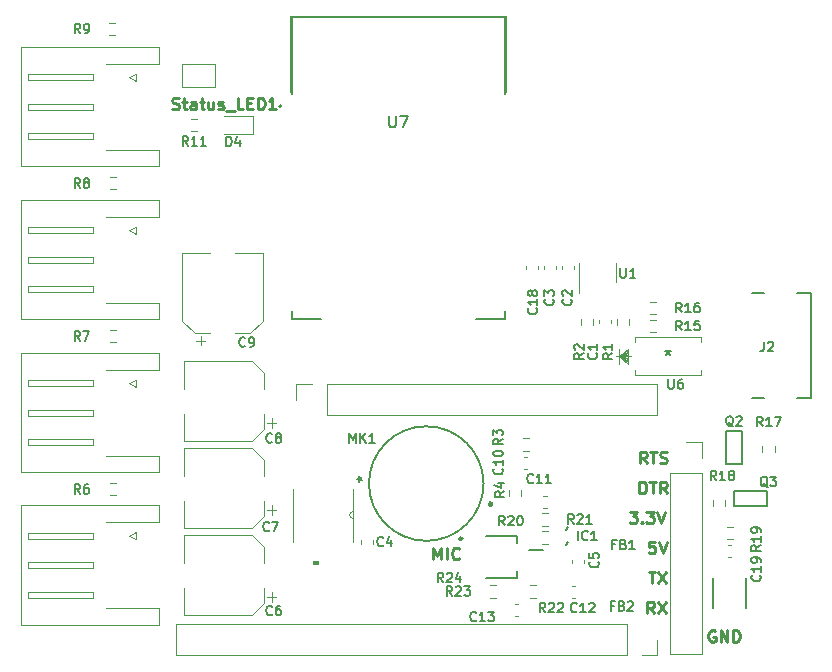
<source format=gbr>
%TF.GenerationSoftware,KiCad,Pcbnew,(6.0.0-0)*%
%TF.CreationDate,2022-01-22T21:55:44+01:00*%
%TF.ProjectId,GlowCore,476c6f77-436f-4726-952e-6b696361645f,rev?*%
%TF.SameCoordinates,Original*%
%TF.FileFunction,Legend,Top*%
%TF.FilePolarity,Positive*%
%FSLAX46Y46*%
G04 Gerber Fmt 4.6, Leading zero omitted, Abs format (unit mm)*
G04 Created by KiCad (PCBNEW (6.0.0-0)) date 2022-01-22 21:55:44*
%MOMM*%
%LPD*%
G01*
G04 APERTURE LIST*
%ADD10C,0.200000*%
%ADD11C,0.250000*%
%ADD12C,0.150000*%
%ADD13C,0.120000*%
%ADD14C,0.127000*%
%ADD15C,0.152400*%
%ADD16C,0.300000*%
%ADD17C,0.100000*%
%ADD18C,0.240000*%
G04 APERTURE END LIST*
D10*
X162433000Y-125476000D02*
X162306000Y-125730000D01*
X162433000Y-126746000D02*
X162306000Y-127000000D01*
D11*
X169763642Y-132786380D02*
X169430309Y-132310190D01*
X169192214Y-132786380D02*
X169192214Y-131786380D01*
X169573166Y-131786380D01*
X169668404Y-131834000D01*
X169716023Y-131881619D01*
X169763642Y-131976857D01*
X169763642Y-132119714D01*
X169716023Y-132214952D01*
X169668404Y-132262571D01*
X169573166Y-132310190D01*
X169192214Y-132310190D01*
X170096976Y-131786380D02*
X170763642Y-132786380D01*
X170763642Y-131786380D02*
X170096976Y-132786380D01*
X151074571Y-128214380D02*
X151074571Y-127214380D01*
X151407904Y-127928666D01*
X151741238Y-127214380D01*
X151741238Y-128214380D01*
X152217428Y-128214380D02*
X152217428Y-127214380D01*
X153265047Y-128119142D02*
X153217428Y-128166761D01*
X153074571Y-128214380D01*
X152979333Y-128214380D01*
X152836476Y-128166761D01*
X152741238Y-128071523D01*
X152693619Y-127976285D01*
X152646000Y-127785809D01*
X152646000Y-127642952D01*
X152693619Y-127452476D01*
X152741238Y-127357238D01*
X152836476Y-127262000D01*
X152979333Y-127214380D01*
X153074571Y-127214380D01*
X153217428Y-127262000D01*
X153265047Y-127309619D01*
X169128738Y-120086380D02*
X168795404Y-119610190D01*
X168557309Y-120086380D02*
X168557309Y-119086380D01*
X168938261Y-119086380D01*
X169033500Y-119134000D01*
X169081119Y-119181619D01*
X169128738Y-119276857D01*
X169128738Y-119419714D01*
X169081119Y-119514952D01*
X169033500Y-119562571D01*
X168938261Y-119610190D01*
X168557309Y-119610190D01*
X169414452Y-119086380D02*
X169985880Y-119086380D01*
X169700166Y-120086380D02*
X169700166Y-119086380D01*
X170271595Y-120038761D02*
X170414452Y-120086380D01*
X170652547Y-120086380D01*
X170747785Y-120038761D01*
X170795404Y-119991142D01*
X170843023Y-119895904D01*
X170843023Y-119800666D01*
X170795404Y-119705428D01*
X170747785Y-119657809D01*
X170652547Y-119610190D01*
X170462071Y-119562571D01*
X170366833Y-119514952D01*
X170319214Y-119467333D01*
X170271595Y-119372095D01*
X170271595Y-119276857D01*
X170319214Y-119181619D01*
X170366833Y-119134000D01*
X170462071Y-119086380D01*
X170700166Y-119086380D01*
X170843023Y-119134000D01*
X168509690Y-122626380D02*
X168509690Y-121626380D01*
X168747785Y-121626380D01*
X168890642Y-121674000D01*
X168985880Y-121769238D01*
X169033500Y-121864476D01*
X169081119Y-122054952D01*
X169081119Y-122197809D01*
X169033500Y-122388285D01*
X168985880Y-122483523D01*
X168890642Y-122578761D01*
X168747785Y-122626380D01*
X168509690Y-122626380D01*
X169366833Y-121626380D02*
X169938261Y-121626380D01*
X169652547Y-122626380D02*
X169652547Y-121626380D01*
X170843023Y-122626380D02*
X170509690Y-122150190D01*
X170271595Y-122626380D02*
X170271595Y-121626380D01*
X170652547Y-121626380D01*
X170747785Y-121674000D01*
X170795404Y-121721619D01*
X170843023Y-121816857D01*
X170843023Y-121959714D01*
X170795404Y-122054952D01*
X170747785Y-122102571D01*
X170652547Y-122150190D01*
X170271595Y-122150190D01*
X167684261Y-124166380D02*
X168303309Y-124166380D01*
X167969976Y-124547333D01*
X168112833Y-124547333D01*
X168208071Y-124594952D01*
X168255690Y-124642571D01*
X168303309Y-124737809D01*
X168303309Y-124975904D01*
X168255690Y-125071142D01*
X168208071Y-125118761D01*
X168112833Y-125166380D01*
X167827119Y-125166380D01*
X167731880Y-125118761D01*
X167684261Y-125071142D01*
X168731880Y-125071142D02*
X168779500Y-125118761D01*
X168731880Y-125166380D01*
X168684261Y-125118761D01*
X168731880Y-125071142D01*
X168731880Y-125166380D01*
X169112833Y-124166380D02*
X169731880Y-124166380D01*
X169398547Y-124547333D01*
X169541404Y-124547333D01*
X169636642Y-124594952D01*
X169684261Y-124642571D01*
X169731880Y-124737809D01*
X169731880Y-124975904D01*
X169684261Y-125071142D01*
X169636642Y-125118761D01*
X169541404Y-125166380D01*
X169255690Y-125166380D01*
X169160452Y-125118761D01*
X169112833Y-125071142D01*
X170017595Y-124166380D02*
X170350928Y-125166380D01*
X170684261Y-124166380D01*
X169287452Y-129246380D02*
X169858880Y-129246380D01*
X169573166Y-130246380D02*
X169573166Y-129246380D01*
X170096976Y-129246380D02*
X170763642Y-130246380D01*
X170763642Y-129246380D02*
X170096976Y-130246380D01*
X169811261Y-126706380D02*
X169335071Y-126706380D01*
X169287452Y-127182571D01*
X169335071Y-127134952D01*
X169430309Y-127087333D01*
X169668404Y-127087333D01*
X169763642Y-127134952D01*
X169811261Y-127182571D01*
X169858880Y-127277809D01*
X169858880Y-127515904D01*
X169811261Y-127611142D01*
X169763642Y-127658761D01*
X169668404Y-127706380D01*
X169430309Y-127706380D01*
X169335071Y-127658761D01*
X169287452Y-127611142D01*
X170144595Y-126706380D02*
X170477928Y-127706380D01*
X170811261Y-126706380D01*
X174914404Y-134247000D02*
X174819166Y-134199380D01*
X174676309Y-134199380D01*
X174533452Y-134247000D01*
X174438214Y-134342238D01*
X174390595Y-134437476D01*
X174342976Y-134627952D01*
X174342976Y-134770809D01*
X174390595Y-134961285D01*
X174438214Y-135056523D01*
X174533452Y-135151761D01*
X174676309Y-135199380D01*
X174771547Y-135199380D01*
X174914404Y-135151761D01*
X174962023Y-135104142D01*
X174962023Y-134770809D01*
X174771547Y-134770809D01*
X175390595Y-135199380D02*
X175390595Y-134199380D01*
X175962023Y-135199380D01*
X175962023Y-134199380D01*
X176438214Y-135199380D02*
X176438214Y-134199380D01*
X176676309Y-134199380D01*
X176819166Y-134247000D01*
X176914404Y-134342238D01*
X176962023Y-134437476D01*
X177009642Y-134627952D01*
X177009642Y-134770809D01*
X176962023Y-134961285D01*
X176914404Y-135056523D01*
X176819166Y-135151761D01*
X176676309Y-135199380D01*
X176438214Y-135199380D01*
D12*
%TO.C,C10*%
X156876714Y-120529285D02*
X156914809Y-120567380D01*
X156952904Y-120681666D01*
X156952904Y-120757857D01*
X156914809Y-120872142D01*
X156838619Y-120948333D01*
X156762428Y-120986428D01*
X156610047Y-121024523D01*
X156495761Y-121024523D01*
X156343380Y-120986428D01*
X156267190Y-120948333D01*
X156191000Y-120872142D01*
X156152904Y-120757857D01*
X156152904Y-120681666D01*
X156191000Y-120567380D01*
X156229095Y-120529285D01*
X156952904Y-119767380D02*
X156952904Y-120224523D01*
X156952904Y-119995952D02*
X156152904Y-119995952D01*
X156267190Y-120072142D01*
X156343380Y-120148333D01*
X156381476Y-120224523D01*
X156152904Y-119272142D02*
X156152904Y-119195952D01*
X156191000Y-119119761D01*
X156229095Y-119081666D01*
X156305285Y-119043571D01*
X156457666Y-119005476D01*
X156648142Y-119005476D01*
X156800523Y-119043571D01*
X156876714Y-119081666D01*
X156914809Y-119119761D01*
X156952904Y-119195952D01*
X156952904Y-119272142D01*
X156914809Y-119348333D01*
X156876714Y-119386428D01*
X156800523Y-119424523D01*
X156648142Y-119462619D01*
X156457666Y-119462619D01*
X156305285Y-119424523D01*
X156229095Y-119386428D01*
X156191000Y-119348333D01*
X156152904Y-119272142D01*
%TO.C,R22*%
X160521714Y-132695904D02*
X160255047Y-132314952D01*
X160064571Y-132695904D02*
X160064571Y-131895904D01*
X160369333Y-131895904D01*
X160445523Y-131934000D01*
X160483619Y-131972095D01*
X160521714Y-132048285D01*
X160521714Y-132162571D01*
X160483619Y-132238761D01*
X160445523Y-132276857D01*
X160369333Y-132314952D01*
X160064571Y-132314952D01*
X160826476Y-131972095D02*
X160864571Y-131934000D01*
X160940761Y-131895904D01*
X161131238Y-131895904D01*
X161207428Y-131934000D01*
X161245523Y-131972095D01*
X161283619Y-132048285D01*
X161283619Y-132124476D01*
X161245523Y-132238761D01*
X160788380Y-132695904D01*
X161283619Y-132695904D01*
X161588380Y-131972095D02*
X161626476Y-131934000D01*
X161702666Y-131895904D01*
X161893142Y-131895904D01*
X161969333Y-131934000D01*
X162007428Y-131972095D01*
X162045523Y-132048285D01*
X162045523Y-132124476D01*
X162007428Y-132238761D01*
X161550285Y-132695904D01*
X162045523Y-132695904D01*
%TO.C,U7*%
X147320095Y-90638330D02*
X147320095Y-91447854D01*
X147367714Y-91543092D01*
X147415333Y-91590711D01*
X147510571Y-91638330D01*
X147701047Y-91638330D01*
X147796285Y-91590711D01*
X147843904Y-91543092D01*
X147891523Y-91447854D01*
X147891523Y-90638330D01*
X148272476Y-90638330D02*
X148939142Y-90638330D01*
X148510571Y-91638330D01*
%TO.C,R7*%
X121151666Y-109708904D02*
X120885000Y-109327952D01*
X120694523Y-109708904D02*
X120694523Y-108908904D01*
X120999285Y-108908904D01*
X121075476Y-108947000D01*
X121113571Y-108985095D01*
X121151666Y-109061285D01*
X121151666Y-109175571D01*
X121113571Y-109251761D01*
X121075476Y-109289857D01*
X120999285Y-109327952D01*
X120694523Y-109327952D01*
X121418333Y-108908904D02*
X121951666Y-108908904D01*
X121608809Y-109708904D01*
%TO.C,R11*%
X130295714Y-93198904D02*
X130029047Y-92817952D01*
X129838571Y-93198904D02*
X129838571Y-92398904D01*
X130143333Y-92398904D01*
X130219523Y-92437000D01*
X130257619Y-92475095D01*
X130295714Y-92551285D01*
X130295714Y-92665571D01*
X130257619Y-92741761D01*
X130219523Y-92779857D01*
X130143333Y-92817952D01*
X129838571Y-92817952D01*
X131057619Y-93198904D02*
X130600476Y-93198904D01*
X130829047Y-93198904D02*
X130829047Y-92398904D01*
X130752857Y-92513190D01*
X130676666Y-92589380D01*
X130600476Y-92627476D01*
X131819523Y-93198904D02*
X131362380Y-93198904D01*
X131590952Y-93198904D02*
X131590952Y-92398904D01*
X131514761Y-92513190D01*
X131438571Y-92589380D01*
X131362380Y-92627476D01*
%TO.C,IC1*%
X163303047Y-126599904D02*
X163303047Y-125799904D01*
X164141142Y-126523714D02*
X164103047Y-126561809D01*
X163988761Y-126599904D01*
X163912571Y-126599904D01*
X163798285Y-126561809D01*
X163722095Y-126485619D01*
X163684000Y-126409428D01*
X163645904Y-126257047D01*
X163645904Y-126142761D01*
X163684000Y-125990380D01*
X163722095Y-125914190D01*
X163798285Y-125838000D01*
X163912571Y-125799904D01*
X163988761Y-125799904D01*
X164103047Y-125838000D01*
X164141142Y-125876095D01*
X164903047Y-126599904D02*
X164445904Y-126599904D01*
X164674476Y-126599904D02*
X164674476Y-125799904D01*
X164598285Y-125914190D01*
X164522095Y-125990380D01*
X164445904Y-126028476D01*
%TO.C,U6*%
X170967476Y-112972904D02*
X170967476Y-113620523D01*
X171005571Y-113696714D01*
X171043666Y-113734809D01*
X171119857Y-113772904D01*
X171272238Y-113772904D01*
X171348428Y-113734809D01*
X171386523Y-113696714D01*
X171424619Y-113620523D01*
X171424619Y-112972904D01*
X172148428Y-112972904D02*
X171996047Y-112972904D01*
X171919857Y-113011000D01*
X171881761Y-113049095D01*
X171805571Y-113163380D01*
X171767476Y-113315761D01*
X171767476Y-113620523D01*
X171805571Y-113696714D01*
X171843666Y-113734809D01*
X171919857Y-113772904D01*
X172072238Y-113772904D01*
X172148428Y-113734809D01*
X172186523Y-113696714D01*
X172224619Y-113620523D01*
X172224619Y-113430047D01*
X172186523Y-113353857D01*
X172148428Y-113315761D01*
X172072238Y-113277666D01*
X171919857Y-113277666D01*
X171843666Y-113315761D01*
X171805571Y-113353857D01*
X171767476Y-113430047D01*
X170942000Y-110450380D02*
X170942000Y-110688476D01*
X170703904Y-110593238D02*
X170942000Y-110688476D01*
X171180095Y-110593238D01*
X170799142Y-110878952D02*
X170942000Y-110688476D01*
X171084857Y-110878952D01*
%TO.C,R17*%
X178936714Y-116947904D02*
X178670047Y-116566952D01*
X178479571Y-116947904D02*
X178479571Y-116147904D01*
X178784333Y-116147904D01*
X178860523Y-116186000D01*
X178898619Y-116224095D01*
X178936714Y-116300285D01*
X178936714Y-116414571D01*
X178898619Y-116490761D01*
X178860523Y-116528857D01*
X178784333Y-116566952D01*
X178479571Y-116566952D01*
X179698619Y-116947904D02*
X179241476Y-116947904D01*
X179470047Y-116947904D02*
X179470047Y-116147904D01*
X179393857Y-116262190D01*
X179317666Y-116338380D01*
X179241476Y-116376476D01*
X179965285Y-116147904D02*
X180498619Y-116147904D01*
X180155761Y-116947904D01*
%TO.C,Q2*%
X176453809Y-116960095D02*
X176377619Y-116922000D01*
X176301428Y-116845809D01*
X176187142Y-116731523D01*
X176110952Y-116693428D01*
X176034761Y-116693428D01*
X176072857Y-116883904D02*
X175996666Y-116845809D01*
X175920476Y-116769619D01*
X175882380Y-116617238D01*
X175882380Y-116350571D01*
X175920476Y-116198190D01*
X175996666Y-116122000D01*
X176072857Y-116083904D01*
X176225238Y-116083904D01*
X176301428Y-116122000D01*
X176377619Y-116198190D01*
X176415714Y-116350571D01*
X176415714Y-116617238D01*
X176377619Y-116769619D01*
X176301428Y-116845809D01*
X176225238Y-116883904D01*
X176072857Y-116883904D01*
X176720476Y-116160095D02*
X176758571Y-116122000D01*
X176834761Y-116083904D01*
X177025238Y-116083904D01*
X177101428Y-116122000D01*
X177139523Y-116160095D01*
X177177619Y-116236285D01*
X177177619Y-116312476D01*
X177139523Y-116426761D01*
X176682380Y-116883904D01*
X177177619Y-116883904D01*
%TO.C,J2*%
X179057333Y-109797904D02*
X179057333Y-110369333D01*
X179019238Y-110483619D01*
X178943047Y-110559809D01*
X178828761Y-110597904D01*
X178752571Y-110597904D01*
X179400190Y-109874095D02*
X179438285Y-109836000D01*
X179514476Y-109797904D01*
X179704952Y-109797904D01*
X179781142Y-109836000D01*
X179819238Y-109874095D01*
X179857333Y-109950285D01*
X179857333Y-110026476D01*
X179819238Y-110140761D01*
X179362095Y-110597904D01*
X179857333Y-110597904D01*
%TO.C,R8*%
X121151666Y-96754904D02*
X120885000Y-96373952D01*
X120694523Y-96754904D02*
X120694523Y-95954904D01*
X120999285Y-95954904D01*
X121075476Y-95993000D01*
X121113571Y-96031095D01*
X121151666Y-96107285D01*
X121151666Y-96221571D01*
X121113571Y-96297761D01*
X121075476Y-96335857D01*
X120999285Y-96373952D01*
X120694523Y-96373952D01*
X121608809Y-96297761D02*
X121532619Y-96259666D01*
X121494523Y-96221571D01*
X121456428Y-96145380D01*
X121456428Y-96107285D01*
X121494523Y-96031095D01*
X121532619Y-95993000D01*
X121608809Y-95954904D01*
X121761190Y-95954904D01*
X121837380Y-95993000D01*
X121875476Y-96031095D01*
X121913571Y-96107285D01*
X121913571Y-96145380D01*
X121875476Y-96221571D01*
X121837380Y-96259666D01*
X121761190Y-96297761D01*
X121608809Y-96297761D01*
X121532619Y-96335857D01*
X121494523Y-96373952D01*
X121456428Y-96450142D01*
X121456428Y-96602523D01*
X121494523Y-96678714D01*
X121532619Y-96716809D01*
X121608809Y-96754904D01*
X121761190Y-96754904D01*
X121837380Y-96716809D01*
X121875476Y-96678714D01*
X121913571Y-96602523D01*
X121913571Y-96450142D01*
X121875476Y-96373952D01*
X121837380Y-96335857D01*
X121761190Y-96297761D01*
%TO.C,FB1*%
X166465333Y-126942857D02*
X166198666Y-126942857D01*
X166198666Y-127361904D02*
X166198666Y-126561904D01*
X166579619Y-126561904D01*
X167151047Y-126942857D02*
X167265333Y-126980952D01*
X167303428Y-127019047D01*
X167341523Y-127095238D01*
X167341523Y-127209523D01*
X167303428Y-127285714D01*
X167265333Y-127323809D01*
X167189142Y-127361904D01*
X166884380Y-127361904D01*
X166884380Y-126561904D01*
X167151047Y-126561904D01*
X167227238Y-126600000D01*
X167265333Y-126638095D01*
X167303428Y-126714285D01*
X167303428Y-126790476D01*
X167265333Y-126866666D01*
X167227238Y-126904761D01*
X167151047Y-126942857D01*
X166884380Y-126942857D01*
X168103428Y-127361904D02*
X167646285Y-127361904D01*
X167874857Y-127361904D02*
X167874857Y-126561904D01*
X167798666Y-126676190D01*
X167722476Y-126752380D01*
X167646285Y-126790476D01*
%TO.C,C2*%
X162718714Y-106178333D02*
X162756809Y-106216428D01*
X162794904Y-106330714D01*
X162794904Y-106406904D01*
X162756809Y-106521190D01*
X162680619Y-106597380D01*
X162604428Y-106635476D01*
X162452047Y-106673571D01*
X162337761Y-106673571D01*
X162185380Y-106635476D01*
X162109190Y-106597380D01*
X162033000Y-106521190D01*
X161994904Y-106406904D01*
X161994904Y-106330714D01*
X162033000Y-106216428D01*
X162071095Y-106178333D01*
X162071095Y-105873571D02*
X162033000Y-105835476D01*
X161994904Y-105759285D01*
X161994904Y-105568809D01*
X162033000Y-105492619D01*
X162071095Y-105454523D01*
X162147285Y-105416428D01*
X162223476Y-105416428D01*
X162337761Y-105454523D01*
X162794904Y-105911666D01*
X162794904Y-105416428D01*
%TO.C,R6*%
X121151666Y-122662904D02*
X120885000Y-122281952D01*
X120694523Y-122662904D02*
X120694523Y-121862904D01*
X120999285Y-121862904D01*
X121075476Y-121901000D01*
X121113571Y-121939095D01*
X121151666Y-122015285D01*
X121151666Y-122129571D01*
X121113571Y-122205761D01*
X121075476Y-122243857D01*
X120999285Y-122281952D01*
X120694523Y-122281952D01*
X121837380Y-121862904D02*
X121685000Y-121862904D01*
X121608809Y-121901000D01*
X121570714Y-121939095D01*
X121494523Y-122053380D01*
X121456428Y-122205761D01*
X121456428Y-122510523D01*
X121494523Y-122586714D01*
X121532619Y-122624809D01*
X121608809Y-122662904D01*
X121761190Y-122662904D01*
X121837380Y-122624809D01*
X121875476Y-122586714D01*
X121913571Y-122510523D01*
X121913571Y-122320047D01*
X121875476Y-122243857D01*
X121837380Y-122205761D01*
X121761190Y-122167666D01*
X121608809Y-122167666D01*
X121532619Y-122205761D01*
X121494523Y-122243857D01*
X121456428Y-122320047D01*
%TO.C,FB2*%
X166338333Y-132149857D02*
X166071666Y-132149857D01*
X166071666Y-132568904D02*
X166071666Y-131768904D01*
X166452619Y-131768904D01*
X167024047Y-132149857D02*
X167138333Y-132187952D01*
X167176428Y-132226047D01*
X167214523Y-132302238D01*
X167214523Y-132416523D01*
X167176428Y-132492714D01*
X167138333Y-132530809D01*
X167062142Y-132568904D01*
X166757380Y-132568904D01*
X166757380Y-131768904D01*
X167024047Y-131768904D01*
X167100238Y-131807000D01*
X167138333Y-131845095D01*
X167176428Y-131921285D01*
X167176428Y-131997476D01*
X167138333Y-132073666D01*
X167100238Y-132111761D01*
X167024047Y-132149857D01*
X166757380Y-132149857D01*
X167519285Y-131845095D02*
X167557380Y-131807000D01*
X167633571Y-131768904D01*
X167824047Y-131768904D01*
X167900238Y-131807000D01*
X167938333Y-131845095D01*
X167976428Y-131921285D01*
X167976428Y-131997476D01*
X167938333Y-132111761D01*
X167481190Y-132568904D01*
X167976428Y-132568904D01*
%TO.C,R16*%
X172078714Y-107295904D02*
X171812047Y-106914952D01*
X171621571Y-107295904D02*
X171621571Y-106495904D01*
X171926333Y-106495904D01*
X172002523Y-106534000D01*
X172040619Y-106572095D01*
X172078714Y-106648285D01*
X172078714Y-106762571D01*
X172040619Y-106838761D01*
X172002523Y-106876857D01*
X171926333Y-106914952D01*
X171621571Y-106914952D01*
X172840619Y-107295904D02*
X172383476Y-107295904D01*
X172612047Y-107295904D02*
X172612047Y-106495904D01*
X172535857Y-106610190D01*
X172459666Y-106686380D01*
X172383476Y-106724476D01*
X173526333Y-106495904D02*
X173373952Y-106495904D01*
X173297761Y-106534000D01*
X173259666Y-106572095D01*
X173183476Y-106686380D01*
X173145380Y-106838761D01*
X173145380Y-107143523D01*
X173183476Y-107219714D01*
X173221571Y-107257809D01*
X173297761Y-107295904D01*
X173450142Y-107295904D01*
X173526333Y-107257809D01*
X173564428Y-107219714D01*
X173602523Y-107143523D01*
X173602523Y-106953047D01*
X173564428Y-106876857D01*
X173526333Y-106838761D01*
X173450142Y-106800666D01*
X173297761Y-106800666D01*
X173221571Y-106838761D01*
X173183476Y-106876857D01*
X173145380Y-106953047D01*
%TO.C,C9*%
X135121666Y-110140714D02*
X135083571Y-110178809D01*
X134969285Y-110216904D01*
X134893095Y-110216904D01*
X134778809Y-110178809D01*
X134702619Y-110102619D01*
X134664523Y-110026428D01*
X134626428Y-109874047D01*
X134626428Y-109759761D01*
X134664523Y-109607380D01*
X134702619Y-109531190D01*
X134778809Y-109455000D01*
X134893095Y-109416904D01*
X134969285Y-109416904D01*
X135083571Y-109455000D01*
X135121666Y-109493095D01*
X135502619Y-110216904D02*
X135655000Y-110216904D01*
X135731190Y-110178809D01*
X135769285Y-110140714D01*
X135845476Y-110026428D01*
X135883571Y-109874047D01*
X135883571Y-109569285D01*
X135845476Y-109493095D01*
X135807380Y-109455000D01*
X135731190Y-109416904D01*
X135578809Y-109416904D01*
X135502619Y-109455000D01*
X135464523Y-109493095D01*
X135426428Y-109569285D01*
X135426428Y-109759761D01*
X135464523Y-109835952D01*
X135502619Y-109874047D01*
X135578809Y-109912142D01*
X135731190Y-109912142D01*
X135807380Y-109874047D01*
X135845476Y-109835952D01*
X135883571Y-109759761D01*
%TO.C,D4*%
X133521523Y-93231904D02*
X133521523Y-92431904D01*
X133712000Y-92431904D01*
X133826285Y-92470000D01*
X133902476Y-92546190D01*
X133940571Y-92622380D01*
X133978666Y-92774761D01*
X133978666Y-92889047D01*
X133940571Y-93041428D01*
X133902476Y-93117619D01*
X133826285Y-93193809D01*
X133712000Y-93231904D01*
X133521523Y-93231904D01*
X134664380Y-92698571D02*
X134664380Y-93231904D01*
X134473904Y-92393809D02*
X134283428Y-92965238D01*
X134778666Y-92965238D01*
%TO.C,R2*%
X163810904Y-110750333D02*
X163429952Y-111017000D01*
X163810904Y-111207476D02*
X163010904Y-111207476D01*
X163010904Y-110902714D01*
X163049000Y-110826523D01*
X163087095Y-110788428D01*
X163163285Y-110750333D01*
X163277571Y-110750333D01*
X163353761Y-110788428D01*
X163391857Y-110826523D01*
X163429952Y-110902714D01*
X163429952Y-111207476D01*
X163087095Y-110445571D02*
X163049000Y-110407476D01*
X163010904Y-110331285D01*
X163010904Y-110140809D01*
X163049000Y-110064619D01*
X163087095Y-110026523D01*
X163163285Y-109988428D01*
X163239476Y-109988428D01*
X163353761Y-110026523D01*
X163810904Y-110483666D01*
X163810904Y-109988428D01*
%TO.C,C8*%
X137407666Y-118268714D02*
X137369571Y-118306809D01*
X137255285Y-118344904D01*
X137179095Y-118344904D01*
X137064809Y-118306809D01*
X136988619Y-118230619D01*
X136950523Y-118154428D01*
X136912428Y-118002047D01*
X136912428Y-117887761D01*
X136950523Y-117735380D01*
X136988619Y-117659190D01*
X137064809Y-117583000D01*
X137179095Y-117544904D01*
X137255285Y-117544904D01*
X137369571Y-117583000D01*
X137407666Y-117621095D01*
X137864809Y-117887761D02*
X137788619Y-117849666D01*
X137750523Y-117811571D01*
X137712428Y-117735380D01*
X137712428Y-117697285D01*
X137750523Y-117621095D01*
X137788619Y-117583000D01*
X137864809Y-117544904D01*
X138017190Y-117544904D01*
X138093380Y-117583000D01*
X138131476Y-117621095D01*
X138169571Y-117697285D01*
X138169571Y-117735380D01*
X138131476Y-117811571D01*
X138093380Y-117849666D01*
X138017190Y-117887761D01*
X137864809Y-117887761D01*
X137788619Y-117925857D01*
X137750523Y-117963952D01*
X137712428Y-118040142D01*
X137712428Y-118192523D01*
X137750523Y-118268714D01*
X137788619Y-118306809D01*
X137864809Y-118344904D01*
X138017190Y-118344904D01*
X138093380Y-118306809D01*
X138131476Y-118268714D01*
X138169571Y-118192523D01*
X138169571Y-118040142D01*
X138131476Y-117963952D01*
X138093380Y-117925857D01*
X138017190Y-117887761D01*
%TO.C,C1*%
X164877714Y-110750333D02*
X164915809Y-110788428D01*
X164953904Y-110902714D01*
X164953904Y-110978904D01*
X164915809Y-111093190D01*
X164839619Y-111169380D01*
X164763428Y-111207476D01*
X164611047Y-111245571D01*
X164496761Y-111245571D01*
X164344380Y-111207476D01*
X164268190Y-111169380D01*
X164192000Y-111093190D01*
X164153904Y-110978904D01*
X164153904Y-110902714D01*
X164192000Y-110788428D01*
X164230095Y-110750333D01*
X164953904Y-109988428D02*
X164953904Y-110445571D01*
X164953904Y-110217000D02*
X164153904Y-110217000D01*
X164268190Y-110293190D01*
X164344380Y-110369380D01*
X164382476Y-110445571D01*
%TO.C,C11*%
X159505714Y-121697714D02*
X159467619Y-121735809D01*
X159353333Y-121773904D01*
X159277142Y-121773904D01*
X159162857Y-121735809D01*
X159086666Y-121659619D01*
X159048571Y-121583428D01*
X159010476Y-121431047D01*
X159010476Y-121316761D01*
X159048571Y-121164380D01*
X159086666Y-121088190D01*
X159162857Y-121012000D01*
X159277142Y-120973904D01*
X159353333Y-120973904D01*
X159467619Y-121012000D01*
X159505714Y-121050095D01*
X160267619Y-121773904D02*
X159810476Y-121773904D01*
X160039047Y-121773904D02*
X160039047Y-120973904D01*
X159962857Y-121088190D01*
X159886666Y-121164380D01*
X159810476Y-121202476D01*
X161029523Y-121773904D02*
X160572380Y-121773904D01*
X160800952Y-121773904D02*
X160800952Y-120973904D01*
X160724761Y-121088190D01*
X160648571Y-121164380D01*
X160572380Y-121202476D01*
%TO.C,C12*%
X163188714Y-132619714D02*
X163150619Y-132657809D01*
X163036333Y-132695904D01*
X162960142Y-132695904D01*
X162845857Y-132657809D01*
X162769666Y-132581619D01*
X162731571Y-132505428D01*
X162693476Y-132353047D01*
X162693476Y-132238761D01*
X162731571Y-132086380D01*
X162769666Y-132010190D01*
X162845857Y-131934000D01*
X162960142Y-131895904D01*
X163036333Y-131895904D01*
X163150619Y-131934000D01*
X163188714Y-131972095D01*
X163950619Y-132695904D02*
X163493476Y-132695904D01*
X163722047Y-132695904D02*
X163722047Y-131895904D01*
X163645857Y-132010190D01*
X163569666Y-132086380D01*
X163493476Y-132124476D01*
X164255380Y-131972095D02*
X164293476Y-131934000D01*
X164369666Y-131895904D01*
X164560142Y-131895904D01*
X164636333Y-131934000D01*
X164674428Y-131972095D01*
X164712523Y-132048285D01*
X164712523Y-132124476D01*
X164674428Y-132238761D01*
X164217285Y-132695904D01*
X164712523Y-132695904D01*
%TO.C,R23*%
X152647714Y-131298904D02*
X152381047Y-130917952D01*
X152190571Y-131298904D02*
X152190571Y-130498904D01*
X152495333Y-130498904D01*
X152571523Y-130537000D01*
X152609619Y-130575095D01*
X152647714Y-130651285D01*
X152647714Y-130765571D01*
X152609619Y-130841761D01*
X152571523Y-130879857D01*
X152495333Y-130917952D01*
X152190571Y-130917952D01*
X152952476Y-130575095D02*
X152990571Y-130537000D01*
X153066761Y-130498904D01*
X153257238Y-130498904D01*
X153333428Y-130537000D01*
X153371523Y-130575095D01*
X153409619Y-130651285D01*
X153409619Y-130727476D01*
X153371523Y-130841761D01*
X152914380Y-131298904D01*
X153409619Y-131298904D01*
X153676285Y-130498904D02*
X154171523Y-130498904D01*
X153904857Y-130803666D01*
X154019142Y-130803666D01*
X154095333Y-130841761D01*
X154133428Y-130879857D01*
X154171523Y-130956047D01*
X154171523Y-131146523D01*
X154133428Y-131222714D01*
X154095333Y-131260809D01*
X154019142Y-131298904D01*
X153790571Y-131298904D01*
X153714380Y-131260809D01*
X153676285Y-131222714D01*
%TO.C,R1*%
X166223904Y-110750333D02*
X165842952Y-111017000D01*
X166223904Y-111207476D02*
X165423904Y-111207476D01*
X165423904Y-110902714D01*
X165462000Y-110826523D01*
X165500095Y-110788428D01*
X165576285Y-110750333D01*
X165690571Y-110750333D01*
X165766761Y-110788428D01*
X165804857Y-110826523D01*
X165842952Y-110902714D01*
X165842952Y-111207476D01*
X166223904Y-109988428D02*
X166223904Y-110445571D01*
X166223904Y-110217000D02*
X165423904Y-110217000D01*
X165538190Y-110293190D01*
X165614380Y-110369380D01*
X165652476Y-110445571D01*
D11*
%TO.C,Status_LED1*%
X128969047Y-90066761D02*
X129111904Y-90114380D01*
X129350000Y-90114380D01*
X129445238Y-90066761D01*
X129492857Y-90019142D01*
X129540476Y-89923904D01*
X129540476Y-89828666D01*
X129492857Y-89733428D01*
X129445238Y-89685809D01*
X129350000Y-89638190D01*
X129159523Y-89590571D01*
X129064285Y-89542952D01*
X129016666Y-89495333D01*
X128969047Y-89400095D01*
X128969047Y-89304857D01*
X129016666Y-89209619D01*
X129064285Y-89162000D01*
X129159523Y-89114380D01*
X129397619Y-89114380D01*
X129540476Y-89162000D01*
X129826190Y-89447714D02*
X130207142Y-89447714D01*
X129969047Y-89114380D02*
X129969047Y-89971523D01*
X130016666Y-90066761D01*
X130111904Y-90114380D01*
X130207142Y-90114380D01*
X130969047Y-90114380D02*
X130969047Y-89590571D01*
X130921428Y-89495333D01*
X130826190Y-89447714D01*
X130635714Y-89447714D01*
X130540476Y-89495333D01*
X130969047Y-90066761D02*
X130873809Y-90114380D01*
X130635714Y-90114380D01*
X130540476Y-90066761D01*
X130492857Y-89971523D01*
X130492857Y-89876285D01*
X130540476Y-89781047D01*
X130635714Y-89733428D01*
X130873809Y-89733428D01*
X130969047Y-89685809D01*
X131302380Y-89447714D02*
X131683333Y-89447714D01*
X131445238Y-89114380D02*
X131445238Y-89971523D01*
X131492857Y-90066761D01*
X131588095Y-90114380D01*
X131683333Y-90114380D01*
X132445238Y-89447714D02*
X132445238Y-90114380D01*
X132016666Y-89447714D02*
X132016666Y-89971523D01*
X132064285Y-90066761D01*
X132159523Y-90114380D01*
X132302380Y-90114380D01*
X132397619Y-90066761D01*
X132445238Y-90019142D01*
X132873809Y-90066761D02*
X132969047Y-90114380D01*
X133159523Y-90114380D01*
X133254761Y-90066761D01*
X133302380Y-89971523D01*
X133302380Y-89923904D01*
X133254761Y-89828666D01*
X133159523Y-89781047D01*
X133016666Y-89781047D01*
X132921428Y-89733428D01*
X132873809Y-89638190D01*
X132873809Y-89590571D01*
X132921428Y-89495333D01*
X133016666Y-89447714D01*
X133159523Y-89447714D01*
X133254761Y-89495333D01*
X133492857Y-90209619D02*
X134254761Y-90209619D01*
X134969047Y-90114380D02*
X134492857Y-90114380D01*
X134492857Y-89114380D01*
X135302380Y-89590571D02*
X135635714Y-89590571D01*
X135778571Y-90114380D02*
X135302380Y-90114380D01*
X135302380Y-89114380D01*
X135778571Y-89114380D01*
X136207142Y-90114380D02*
X136207142Y-89114380D01*
X136445238Y-89114380D01*
X136588095Y-89162000D01*
X136683333Y-89257238D01*
X136730952Y-89352476D01*
X136778571Y-89542952D01*
X136778571Y-89685809D01*
X136730952Y-89876285D01*
X136683333Y-89971523D01*
X136588095Y-90066761D01*
X136445238Y-90114380D01*
X136207142Y-90114380D01*
X137730952Y-90114380D02*
X137159523Y-90114380D01*
X137445238Y-90114380D02*
X137445238Y-89114380D01*
X137350000Y-89257238D01*
X137254761Y-89352476D01*
X137159523Y-89400095D01*
D12*
%TO.C,R19*%
X178796904Y-127006285D02*
X178415952Y-127272952D01*
X178796904Y-127463428D02*
X177996904Y-127463428D01*
X177996904Y-127158666D01*
X178035000Y-127082476D01*
X178073095Y-127044380D01*
X178149285Y-127006285D01*
X178263571Y-127006285D01*
X178339761Y-127044380D01*
X178377857Y-127082476D01*
X178415952Y-127158666D01*
X178415952Y-127463428D01*
X178796904Y-126244380D02*
X178796904Y-126701523D01*
X178796904Y-126472952D02*
X177996904Y-126472952D01*
X178111190Y-126549142D01*
X178187380Y-126625333D01*
X178225476Y-126701523D01*
X178796904Y-125863428D02*
X178796904Y-125711047D01*
X178758809Y-125634857D01*
X178720714Y-125596761D01*
X178606428Y-125520571D01*
X178454047Y-125482476D01*
X178149285Y-125482476D01*
X178073095Y-125520571D01*
X178035000Y-125558666D01*
X177996904Y-125634857D01*
X177996904Y-125787238D01*
X178035000Y-125863428D01*
X178073095Y-125901523D01*
X178149285Y-125939619D01*
X178339761Y-125939619D01*
X178415952Y-125901523D01*
X178454047Y-125863428D01*
X178492142Y-125787238D01*
X178492142Y-125634857D01*
X178454047Y-125558666D01*
X178415952Y-125520571D01*
X178339761Y-125482476D01*
%TO.C,R9*%
X121151666Y-83673904D02*
X120885000Y-83292952D01*
X120694523Y-83673904D02*
X120694523Y-82873904D01*
X120999285Y-82873904D01*
X121075476Y-82912000D01*
X121113571Y-82950095D01*
X121151666Y-83026285D01*
X121151666Y-83140571D01*
X121113571Y-83216761D01*
X121075476Y-83254857D01*
X120999285Y-83292952D01*
X120694523Y-83292952D01*
X121532619Y-83673904D02*
X121685000Y-83673904D01*
X121761190Y-83635809D01*
X121799285Y-83597714D01*
X121875476Y-83483428D01*
X121913571Y-83331047D01*
X121913571Y-83026285D01*
X121875476Y-82950095D01*
X121837380Y-82912000D01*
X121761190Y-82873904D01*
X121608809Y-82873904D01*
X121532619Y-82912000D01*
X121494523Y-82950095D01*
X121456428Y-83026285D01*
X121456428Y-83216761D01*
X121494523Y-83292952D01*
X121532619Y-83331047D01*
X121608809Y-83369142D01*
X121761190Y-83369142D01*
X121837380Y-83331047D01*
X121875476Y-83292952D01*
X121913571Y-83216761D01*
%TO.C,C5*%
X165004714Y-128403333D02*
X165042809Y-128441428D01*
X165080904Y-128555714D01*
X165080904Y-128631904D01*
X165042809Y-128746190D01*
X164966619Y-128822380D01*
X164890428Y-128860476D01*
X164738047Y-128898571D01*
X164623761Y-128898571D01*
X164471380Y-128860476D01*
X164395190Y-128822380D01*
X164319000Y-128746190D01*
X164280904Y-128631904D01*
X164280904Y-128555714D01*
X164319000Y-128441428D01*
X164357095Y-128403333D01*
X164280904Y-127679523D02*
X164280904Y-128060476D01*
X164661857Y-128098571D01*
X164623761Y-128060476D01*
X164585666Y-127984285D01*
X164585666Y-127793809D01*
X164623761Y-127717619D01*
X164661857Y-127679523D01*
X164738047Y-127641428D01*
X164928523Y-127641428D01*
X165004714Y-127679523D01*
X165042809Y-127717619D01*
X165080904Y-127793809D01*
X165080904Y-127984285D01*
X165042809Y-128060476D01*
X165004714Y-128098571D01*
%TO.C,R4*%
X157079904Y-122434333D02*
X156698952Y-122701000D01*
X157079904Y-122891476D02*
X156279904Y-122891476D01*
X156279904Y-122586714D01*
X156318000Y-122510523D01*
X156356095Y-122472428D01*
X156432285Y-122434333D01*
X156546571Y-122434333D01*
X156622761Y-122472428D01*
X156660857Y-122510523D01*
X156698952Y-122586714D01*
X156698952Y-122891476D01*
X156546571Y-121748619D02*
X157079904Y-121748619D01*
X156241809Y-121939095D02*
X156813238Y-122129571D01*
X156813238Y-121634333D01*
%TO.C,C7*%
X137153666Y-125761714D02*
X137115571Y-125799809D01*
X137001285Y-125837904D01*
X136925095Y-125837904D01*
X136810809Y-125799809D01*
X136734619Y-125723619D01*
X136696523Y-125647428D01*
X136658428Y-125495047D01*
X136658428Y-125380761D01*
X136696523Y-125228380D01*
X136734619Y-125152190D01*
X136810809Y-125076000D01*
X136925095Y-125037904D01*
X137001285Y-125037904D01*
X137115571Y-125076000D01*
X137153666Y-125114095D01*
X137420333Y-125037904D02*
X137953666Y-125037904D01*
X137610809Y-125837904D01*
%TO.C,R18*%
X174999714Y-121519904D02*
X174733047Y-121138952D01*
X174542571Y-121519904D02*
X174542571Y-120719904D01*
X174847333Y-120719904D01*
X174923523Y-120758000D01*
X174961619Y-120796095D01*
X174999714Y-120872285D01*
X174999714Y-120986571D01*
X174961619Y-121062761D01*
X174923523Y-121100857D01*
X174847333Y-121138952D01*
X174542571Y-121138952D01*
X175761619Y-121519904D02*
X175304476Y-121519904D01*
X175533047Y-121519904D02*
X175533047Y-120719904D01*
X175456857Y-120834190D01*
X175380666Y-120910380D01*
X175304476Y-120948476D01*
X176218761Y-121062761D02*
X176142571Y-121024666D01*
X176104476Y-120986571D01*
X176066380Y-120910380D01*
X176066380Y-120872285D01*
X176104476Y-120796095D01*
X176142571Y-120758000D01*
X176218761Y-120719904D01*
X176371142Y-120719904D01*
X176447333Y-120758000D01*
X176485428Y-120796095D01*
X176523523Y-120872285D01*
X176523523Y-120910380D01*
X176485428Y-120986571D01*
X176447333Y-121024666D01*
X176371142Y-121062761D01*
X176218761Y-121062761D01*
X176142571Y-121100857D01*
X176104476Y-121138952D01*
X176066380Y-121215142D01*
X176066380Y-121367523D01*
X176104476Y-121443714D01*
X176142571Y-121481809D01*
X176218761Y-121519904D01*
X176371142Y-121519904D01*
X176447333Y-121481809D01*
X176485428Y-121443714D01*
X176523523Y-121367523D01*
X176523523Y-121215142D01*
X176485428Y-121138952D01*
X176447333Y-121100857D01*
X176371142Y-121062761D01*
%TO.C,Q3*%
X179374809Y-122104095D02*
X179298619Y-122066000D01*
X179222428Y-121989809D01*
X179108142Y-121875523D01*
X179031952Y-121837428D01*
X178955761Y-121837428D01*
X178993857Y-122027904D02*
X178917666Y-121989809D01*
X178841476Y-121913619D01*
X178803380Y-121761238D01*
X178803380Y-121494571D01*
X178841476Y-121342190D01*
X178917666Y-121266000D01*
X178993857Y-121227904D01*
X179146238Y-121227904D01*
X179222428Y-121266000D01*
X179298619Y-121342190D01*
X179336714Y-121494571D01*
X179336714Y-121761238D01*
X179298619Y-121913619D01*
X179222428Y-121989809D01*
X179146238Y-122027904D01*
X178993857Y-122027904D01*
X179603380Y-121227904D02*
X180098619Y-121227904D01*
X179831952Y-121532666D01*
X179946238Y-121532666D01*
X180022428Y-121570761D01*
X180060523Y-121608857D01*
X180098619Y-121685047D01*
X180098619Y-121875523D01*
X180060523Y-121951714D01*
X180022428Y-121989809D01*
X179946238Y-122027904D01*
X179717666Y-122027904D01*
X179641476Y-121989809D01*
X179603380Y-121951714D01*
%TO.C,C18*%
X159797714Y-106940285D02*
X159835809Y-106978380D01*
X159873904Y-107092666D01*
X159873904Y-107168857D01*
X159835809Y-107283142D01*
X159759619Y-107359333D01*
X159683428Y-107397428D01*
X159531047Y-107435523D01*
X159416761Y-107435523D01*
X159264380Y-107397428D01*
X159188190Y-107359333D01*
X159112000Y-107283142D01*
X159073904Y-107168857D01*
X159073904Y-107092666D01*
X159112000Y-106978380D01*
X159150095Y-106940285D01*
X159873904Y-106178380D02*
X159873904Y-106635523D01*
X159873904Y-106406952D02*
X159073904Y-106406952D01*
X159188190Y-106483142D01*
X159264380Y-106559333D01*
X159302476Y-106635523D01*
X159416761Y-105721238D02*
X159378666Y-105797428D01*
X159340571Y-105835523D01*
X159264380Y-105873619D01*
X159226285Y-105873619D01*
X159150095Y-105835523D01*
X159112000Y-105797428D01*
X159073904Y-105721238D01*
X159073904Y-105568857D01*
X159112000Y-105492666D01*
X159150095Y-105454571D01*
X159226285Y-105416476D01*
X159264380Y-105416476D01*
X159340571Y-105454571D01*
X159378666Y-105492666D01*
X159416761Y-105568857D01*
X159416761Y-105721238D01*
X159454857Y-105797428D01*
X159492952Y-105835523D01*
X159569142Y-105873619D01*
X159721523Y-105873619D01*
X159797714Y-105835523D01*
X159835809Y-105797428D01*
X159873904Y-105721238D01*
X159873904Y-105568857D01*
X159835809Y-105492666D01*
X159797714Y-105454571D01*
X159721523Y-105416476D01*
X159569142Y-105416476D01*
X159492952Y-105454571D01*
X159454857Y-105492666D01*
X159416761Y-105568857D01*
%TO.C,MK1*%
X143956380Y-118344904D02*
X143956380Y-117544904D01*
X144223047Y-118116333D01*
X144489714Y-117544904D01*
X144489714Y-118344904D01*
X144870666Y-118344904D02*
X144870666Y-117544904D01*
X145327809Y-118344904D02*
X144984952Y-117887761D01*
X145327809Y-117544904D02*
X144870666Y-118002047D01*
X146089714Y-118344904D02*
X145632571Y-118344904D01*
X145861142Y-118344904D02*
X145861142Y-117544904D01*
X145784952Y-117659190D01*
X145708761Y-117735380D01*
X145632571Y-117773476D01*
%TO.C,C13*%
X154679714Y-133381714D02*
X154641619Y-133419809D01*
X154527333Y-133457904D01*
X154451142Y-133457904D01*
X154336857Y-133419809D01*
X154260666Y-133343619D01*
X154222571Y-133267428D01*
X154184476Y-133115047D01*
X154184476Y-133000761D01*
X154222571Y-132848380D01*
X154260666Y-132772190D01*
X154336857Y-132696000D01*
X154451142Y-132657904D01*
X154527333Y-132657904D01*
X154641619Y-132696000D01*
X154679714Y-132734095D01*
X155441619Y-133457904D02*
X154984476Y-133457904D01*
X155213047Y-133457904D02*
X155213047Y-132657904D01*
X155136857Y-132772190D01*
X155060666Y-132848380D01*
X154984476Y-132886476D01*
X155708285Y-132657904D02*
X156203523Y-132657904D01*
X155936857Y-132962666D01*
X156051142Y-132962666D01*
X156127333Y-133000761D01*
X156165428Y-133038857D01*
X156203523Y-133115047D01*
X156203523Y-133305523D01*
X156165428Y-133381714D01*
X156127333Y-133419809D01*
X156051142Y-133457904D01*
X155822571Y-133457904D01*
X155746380Y-133419809D01*
X155708285Y-133381714D01*
%TO.C,R3*%
X156952904Y-117989333D02*
X156571952Y-118256000D01*
X156952904Y-118446476D02*
X156152904Y-118446476D01*
X156152904Y-118141714D01*
X156191000Y-118065523D01*
X156229095Y-118027428D01*
X156305285Y-117989333D01*
X156419571Y-117989333D01*
X156495761Y-118027428D01*
X156533857Y-118065523D01*
X156571952Y-118141714D01*
X156571952Y-118446476D01*
X156152904Y-117722666D02*
X156152904Y-117227428D01*
X156457666Y-117494095D01*
X156457666Y-117379809D01*
X156495761Y-117303619D01*
X156533857Y-117265523D01*
X156610047Y-117227428D01*
X156800523Y-117227428D01*
X156876714Y-117265523D01*
X156914809Y-117303619D01*
X156952904Y-117379809D01*
X156952904Y-117608380D01*
X156914809Y-117684571D01*
X156876714Y-117722666D01*
%TO.C,C6*%
X137407666Y-132873714D02*
X137369571Y-132911809D01*
X137255285Y-132949904D01*
X137179095Y-132949904D01*
X137064809Y-132911809D01*
X136988619Y-132835619D01*
X136950523Y-132759428D01*
X136912428Y-132607047D01*
X136912428Y-132492761D01*
X136950523Y-132340380D01*
X136988619Y-132264190D01*
X137064809Y-132188000D01*
X137179095Y-132149904D01*
X137255285Y-132149904D01*
X137369571Y-132188000D01*
X137407666Y-132226095D01*
X138093380Y-132149904D02*
X137941000Y-132149904D01*
X137864809Y-132188000D01*
X137826714Y-132226095D01*
X137750523Y-132340380D01*
X137712428Y-132492761D01*
X137712428Y-132797523D01*
X137750523Y-132873714D01*
X137788619Y-132911809D01*
X137864809Y-132949904D01*
X138017190Y-132949904D01*
X138093380Y-132911809D01*
X138131476Y-132873714D01*
X138169571Y-132797523D01*
X138169571Y-132607047D01*
X138131476Y-132530857D01*
X138093380Y-132492761D01*
X138017190Y-132454666D01*
X137864809Y-132454666D01*
X137788619Y-132492761D01*
X137750523Y-132530857D01*
X137712428Y-132607047D01*
%TO.C,U3*%
X144632980Y-121386600D02*
X144871076Y-121386600D01*
X144775838Y-121624695D02*
X144871076Y-121386600D01*
X144775838Y-121148504D01*
X145061552Y-121529457D02*
X144871076Y-121386600D01*
X145061552Y-121243742D01*
X144632980Y-121386600D02*
X144871076Y-121386600D01*
X144775838Y-121624695D02*
X144871076Y-121386600D01*
X144775838Y-121148504D01*
X145061552Y-121529457D02*
X144871076Y-121386600D01*
X145061552Y-121243742D01*
%TO.C,R20*%
X157092714Y-125329904D02*
X156826047Y-124948952D01*
X156635571Y-125329904D02*
X156635571Y-124529904D01*
X156940333Y-124529904D01*
X157016523Y-124568000D01*
X157054619Y-124606095D01*
X157092714Y-124682285D01*
X157092714Y-124796571D01*
X157054619Y-124872761D01*
X157016523Y-124910857D01*
X156940333Y-124948952D01*
X156635571Y-124948952D01*
X157397476Y-124606095D02*
X157435571Y-124568000D01*
X157511761Y-124529904D01*
X157702238Y-124529904D01*
X157778428Y-124568000D01*
X157816523Y-124606095D01*
X157854619Y-124682285D01*
X157854619Y-124758476D01*
X157816523Y-124872761D01*
X157359380Y-125329904D01*
X157854619Y-125329904D01*
X158349857Y-124529904D02*
X158426047Y-124529904D01*
X158502238Y-124568000D01*
X158540333Y-124606095D01*
X158578428Y-124682285D01*
X158616523Y-124834666D01*
X158616523Y-125025142D01*
X158578428Y-125177523D01*
X158540333Y-125253714D01*
X158502238Y-125291809D01*
X158426047Y-125329904D01*
X158349857Y-125329904D01*
X158273666Y-125291809D01*
X158235571Y-125253714D01*
X158197476Y-125177523D01*
X158159380Y-125025142D01*
X158159380Y-124834666D01*
X158197476Y-124682285D01*
X158235571Y-124606095D01*
X158273666Y-124568000D01*
X158349857Y-124529904D01*
%TO.C,C19*%
X178720714Y-129546285D02*
X178758809Y-129584380D01*
X178796904Y-129698666D01*
X178796904Y-129774857D01*
X178758809Y-129889142D01*
X178682619Y-129965333D01*
X178606428Y-130003428D01*
X178454047Y-130041523D01*
X178339761Y-130041523D01*
X178187380Y-130003428D01*
X178111190Y-129965333D01*
X178035000Y-129889142D01*
X177996904Y-129774857D01*
X177996904Y-129698666D01*
X178035000Y-129584380D01*
X178073095Y-129546285D01*
X178796904Y-128784380D02*
X178796904Y-129241523D01*
X178796904Y-129012952D02*
X177996904Y-129012952D01*
X178111190Y-129089142D01*
X178187380Y-129165333D01*
X178225476Y-129241523D01*
X178796904Y-128403428D02*
X178796904Y-128251047D01*
X178758809Y-128174857D01*
X178720714Y-128136761D01*
X178606428Y-128060571D01*
X178454047Y-128022476D01*
X178149285Y-128022476D01*
X178073095Y-128060571D01*
X178035000Y-128098666D01*
X177996904Y-128174857D01*
X177996904Y-128327238D01*
X178035000Y-128403428D01*
X178073095Y-128441523D01*
X178149285Y-128479619D01*
X178339761Y-128479619D01*
X178415952Y-128441523D01*
X178454047Y-128403428D01*
X178492142Y-128327238D01*
X178492142Y-128174857D01*
X178454047Y-128098666D01*
X178415952Y-128060571D01*
X178339761Y-128022476D01*
%TO.C,C3*%
X161194714Y-106178333D02*
X161232809Y-106216428D01*
X161270904Y-106330714D01*
X161270904Y-106406904D01*
X161232809Y-106521190D01*
X161156619Y-106597380D01*
X161080428Y-106635476D01*
X160928047Y-106673571D01*
X160813761Y-106673571D01*
X160661380Y-106635476D01*
X160585190Y-106597380D01*
X160509000Y-106521190D01*
X160470904Y-106406904D01*
X160470904Y-106330714D01*
X160509000Y-106216428D01*
X160547095Y-106178333D01*
X160470904Y-105911666D02*
X160470904Y-105416428D01*
X160775666Y-105683095D01*
X160775666Y-105568809D01*
X160813761Y-105492619D01*
X160851857Y-105454523D01*
X160928047Y-105416428D01*
X161118523Y-105416428D01*
X161194714Y-105454523D01*
X161232809Y-105492619D01*
X161270904Y-105568809D01*
X161270904Y-105797380D01*
X161232809Y-105873571D01*
X161194714Y-105911666D01*
%TO.C,R24*%
X151885714Y-130155904D02*
X151619047Y-129774952D01*
X151428571Y-130155904D02*
X151428571Y-129355904D01*
X151733333Y-129355904D01*
X151809523Y-129394000D01*
X151847619Y-129432095D01*
X151885714Y-129508285D01*
X151885714Y-129622571D01*
X151847619Y-129698761D01*
X151809523Y-129736857D01*
X151733333Y-129774952D01*
X151428571Y-129774952D01*
X152190476Y-129432095D02*
X152228571Y-129394000D01*
X152304761Y-129355904D01*
X152495238Y-129355904D01*
X152571428Y-129394000D01*
X152609523Y-129432095D01*
X152647619Y-129508285D01*
X152647619Y-129584476D01*
X152609523Y-129698761D01*
X152152380Y-130155904D01*
X152647619Y-130155904D01*
X153333333Y-129622571D02*
X153333333Y-130155904D01*
X153142857Y-129317809D02*
X152952380Y-129889238D01*
X153447619Y-129889238D01*
%TO.C,C4*%
X146805666Y-127031714D02*
X146767571Y-127069809D01*
X146653285Y-127107904D01*
X146577095Y-127107904D01*
X146462809Y-127069809D01*
X146386619Y-126993619D01*
X146348523Y-126917428D01*
X146310428Y-126765047D01*
X146310428Y-126650761D01*
X146348523Y-126498380D01*
X146386619Y-126422190D01*
X146462809Y-126346000D01*
X146577095Y-126307904D01*
X146653285Y-126307904D01*
X146767571Y-126346000D01*
X146805666Y-126384095D01*
X147491380Y-126574571D02*
X147491380Y-127107904D01*
X147300904Y-126269809D02*
X147110428Y-126841238D01*
X147605666Y-126841238D01*
%TO.C,R21*%
X162934714Y-125202904D02*
X162668047Y-124821952D01*
X162477571Y-125202904D02*
X162477571Y-124402904D01*
X162782333Y-124402904D01*
X162858523Y-124441000D01*
X162896619Y-124479095D01*
X162934714Y-124555285D01*
X162934714Y-124669571D01*
X162896619Y-124745761D01*
X162858523Y-124783857D01*
X162782333Y-124821952D01*
X162477571Y-124821952D01*
X163239476Y-124479095D02*
X163277571Y-124441000D01*
X163353761Y-124402904D01*
X163544238Y-124402904D01*
X163620428Y-124441000D01*
X163658523Y-124479095D01*
X163696619Y-124555285D01*
X163696619Y-124631476D01*
X163658523Y-124745761D01*
X163201380Y-125202904D01*
X163696619Y-125202904D01*
X164458523Y-125202904D02*
X164001380Y-125202904D01*
X164229952Y-125202904D02*
X164229952Y-124402904D01*
X164153761Y-124517190D01*
X164077571Y-124593380D01*
X164001380Y-124631476D01*
%TO.C,U1*%
X166903476Y-103574904D02*
X166903476Y-104222523D01*
X166941571Y-104298714D01*
X166979666Y-104336809D01*
X167055857Y-104374904D01*
X167208238Y-104374904D01*
X167284428Y-104336809D01*
X167322523Y-104298714D01*
X167360619Y-104222523D01*
X167360619Y-103574904D01*
X168160619Y-104374904D02*
X167703476Y-104374904D01*
X167932047Y-104374904D02*
X167932047Y-103574904D01*
X167855857Y-103689190D01*
X167779666Y-103765380D01*
X167703476Y-103803476D01*
%TO.C,R15*%
X172078714Y-108819904D02*
X171812047Y-108438952D01*
X171621571Y-108819904D02*
X171621571Y-108019904D01*
X171926333Y-108019904D01*
X172002523Y-108058000D01*
X172040619Y-108096095D01*
X172078714Y-108172285D01*
X172078714Y-108286571D01*
X172040619Y-108362761D01*
X172002523Y-108400857D01*
X171926333Y-108438952D01*
X171621571Y-108438952D01*
X172840619Y-108819904D02*
X172383476Y-108819904D01*
X172612047Y-108819904D02*
X172612047Y-108019904D01*
X172535857Y-108134190D01*
X172459666Y-108210380D01*
X172383476Y-108248476D01*
X173564428Y-108019904D02*
X173183476Y-108019904D01*
X173145380Y-108400857D01*
X173183476Y-108362761D01*
X173259666Y-108324666D01*
X173450142Y-108324666D01*
X173526333Y-108362761D01*
X173564428Y-108400857D01*
X173602523Y-108477047D01*
X173602523Y-108667523D01*
X173564428Y-108743714D01*
X173526333Y-108781809D01*
X173450142Y-108819904D01*
X173259666Y-108819904D01*
X173183476Y-108781809D01*
X173145380Y-108743714D01*
D13*
%TO.C,C10*%
X158730733Y-119505000D02*
X159023267Y-119505000D01*
X158730733Y-120525000D02*
X159023267Y-120525000D01*
%TO.C,R22*%
X159282976Y-130414500D02*
X159792424Y-130414500D01*
X159282976Y-131459500D02*
X159792424Y-131459500D01*
D10*
%TO.C,U7*%
X138199900Y-89831800D02*
G75*
G03*
X138199900Y-89831800I-100000J0D01*
G01*
D14*
X139099900Y-82331800D02*
X157099900Y-82331800D01*
X139099900Y-107181800D02*
X139099900Y-107831800D01*
D13*
X157202000Y-82227100D02*
X157202000Y-88647100D01*
D14*
X139099900Y-107831800D02*
X141549900Y-107831800D01*
X139099900Y-88831800D02*
X139099900Y-82331800D01*
X157099900Y-107831800D02*
X157099900Y-107181800D01*
X157099900Y-82331800D02*
X157099900Y-88831800D01*
X154649900Y-107831800D02*
X157099900Y-107831800D01*
D13*
X138962000Y-82227100D02*
X138962000Y-88647100D01*
X138962000Y-82227100D02*
X157202000Y-82227100D01*
%TO.C,R7*%
X123720776Y-108784500D02*
X124230224Y-108784500D01*
X123720776Y-109829500D02*
X124230224Y-109829500D01*
%TO.C,R11*%
X130555276Y-90917500D02*
X131064724Y-90917500D01*
X130555276Y-91962500D02*
X131064724Y-91962500D01*
D10*
%TO.C,IC1*%
X159130700Y-127424000D02*
X160330700Y-127424000D01*
D13*
%TO.C,U6*%
X173723300Y-109423200D02*
X168160700Y-109423200D01*
X168160700Y-112181640D02*
X168160700Y-112572800D01*
X166763700Y-110998000D02*
X167525700Y-110871000D01*
X166763700Y-110998000D02*
X167525700Y-111252000D01*
X173723300Y-112572800D02*
X173723300Y-112181640D01*
X168160700Y-109423200D02*
X168160700Y-109814360D01*
X167525700Y-110363000D02*
X167525700Y-111633000D01*
X166763700Y-110998000D02*
X167525700Y-111379000D01*
X166763700Y-110363000D02*
X166763700Y-111633000D01*
X166763700Y-110998000D02*
X167525700Y-111506000D01*
X166763700Y-110998000D02*
X167525700Y-111125000D01*
X166763700Y-110998000D02*
X167525700Y-110490000D01*
X173723300Y-109814360D02*
X173723300Y-109423200D01*
X168160700Y-112572800D02*
X173723300Y-112572800D01*
X166763700Y-110998000D02*
X167525700Y-110363000D01*
X167779700Y-110998000D02*
X166509700Y-110998000D01*
X166763700Y-110998000D02*
X167525700Y-110744000D01*
X166763700Y-110998000D02*
X167525700Y-110617000D01*
X166763700Y-110998000D02*
X167525700Y-111633000D01*
%TO.C,R17*%
X179973500Y-118617276D02*
X179973500Y-119126724D01*
X178928500Y-118617276D02*
X178928500Y-119126724D01*
D15*
%TO.C,Q2*%
X177190400Y-117322600D02*
X177190400Y-120167400D01*
X175869600Y-117322600D02*
X177190400Y-117322600D01*
X177190400Y-120167400D02*
X175869600Y-120167400D01*
X175869600Y-120167400D02*
X175869600Y-117322600D01*
D14*
%TO.C,J2*%
X183067000Y-105639000D02*
X183067000Y-114579000D01*
X183067000Y-114579000D02*
X181887000Y-114579000D01*
X183067000Y-105639000D02*
X181887000Y-105639000D01*
X179047000Y-105639000D02*
X178087000Y-105639000D01*
X179047000Y-114579000D02*
X178087000Y-114579000D01*
D13*
%TO.C,R8*%
X123697276Y-96875500D02*
X124206724Y-96875500D01*
X123697276Y-95830500D02*
X124206724Y-95830500D01*
%TO.C,LED3*%
X116725000Y-103080000D02*
X122225000Y-103080000D01*
X127835000Y-106470000D02*
X123335000Y-106470000D01*
X125925000Y-100630000D02*
X125325000Y-100330000D01*
X125325000Y-100330000D02*
X125925000Y-100030000D01*
X122225000Y-105580000D02*
X122225000Y-105080000D01*
X125925000Y-100030000D02*
X125925000Y-100630000D01*
X127835000Y-107890000D02*
X127835000Y-106470000D01*
X116725000Y-100580000D02*
X122225000Y-100580000D01*
X122225000Y-105080000D02*
X116725000Y-105080000D01*
X116725000Y-105080000D02*
X116725000Y-105580000D01*
X116115000Y-102830000D02*
X116115000Y-97770000D01*
X116725000Y-100080000D02*
X116725000Y-100580000D01*
X116115000Y-107890000D02*
X127835000Y-107890000D01*
X127835000Y-99190000D02*
X123335000Y-99190000D01*
X127835000Y-97770000D02*
X127835000Y-99190000D01*
X122225000Y-103080000D02*
X122225000Y-102580000D01*
X122225000Y-100580000D02*
X122225000Y-100080000D01*
X116115000Y-102830000D02*
X116115000Y-107890000D01*
X116725000Y-102580000D02*
X116725000Y-103080000D01*
X116115000Y-97770000D02*
X127835000Y-97770000D01*
X116725000Y-105580000D02*
X122225000Y-105580000D01*
X122225000Y-102580000D02*
X116725000Y-102580000D01*
X122225000Y-100080000D02*
X116725000Y-100080000D01*
%TO.C,JP2*%
X129280000Y-133671000D02*
X129280000Y-136331000D01*
X170040000Y-135001000D02*
X170040000Y-136331000D01*
X167440000Y-133671000D02*
X167440000Y-136331000D01*
X170040000Y-136331000D02*
X168710000Y-136331000D01*
X167440000Y-136331000D02*
X129280000Y-136331000D01*
X167440000Y-133671000D02*
X129280000Y-133671000D01*
%TO.C,C2*%
X162943000Y-103358733D02*
X162943000Y-103651267D01*
X161923000Y-103358733D02*
X161923000Y-103651267D01*
D14*
%TO.C,RESET1*%
X174749000Y-132314000D02*
X174749000Y-129814000D01*
X177549000Y-132314000D02*
X177549000Y-129814000D01*
D13*
%TO.C,R6*%
X123697276Y-121738500D02*
X124206724Y-121738500D01*
X123697276Y-122783500D02*
X124206724Y-122783500D01*
%TO.C,LED1*%
X116725000Y-128948000D02*
X122225000Y-128948000D01*
X127835000Y-123638000D02*
X127835000Y-125058000D01*
X122225000Y-126448000D02*
X122225000Y-125948000D01*
X122225000Y-128448000D02*
X116725000Y-128448000D01*
X116725000Y-128448000D02*
X116725000Y-128948000D01*
X122225000Y-125948000D02*
X116725000Y-125948000D01*
X122225000Y-130948000D02*
X116725000Y-130948000D01*
X116115000Y-123638000D02*
X127835000Y-123638000D01*
X127835000Y-132338000D02*
X123335000Y-132338000D01*
X125925000Y-125898000D02*
X125925000Y-126498000D01*
X127835000Y-125058000D02*
X123335000Y-125058000D01*
X116725000Y-130948000D02*
X116725000Y-131448000D01*
X116115000Y-128698000D02*
X116115000Y-133758000D01*
X122225000Y-128948000D02*
X122225000Y-128448000D01*
X116725000Y-126448000D02*
X122225000Y-126448000D01*
X125325000Y-126198000D02*
X125925000Y-125898000D01*
X116115000Y-133758000D02*
X127835000Y-133758000D01*
X116115000Y-128698000D02*
X116115000Y-123638000D01*
X116725000Y-131448000D02*
X122225000Y-131448000D01*
X125925000Y-126498000D02*
X125325000Y-126198000D01*
X122225000Y-131448000D02*
X122225000Y-130948000D01*
X127835000Y-133758000D02*
X127835000Y-132338000D01*
X116725000Y-125948000D02*
X116725000Y-126448000D01*
%TO.C,LED4*%
X125925000Y-87076000D02*
X125925000Y-87676000D01*
X116725000Y-90126000D02*
X122225000Y-90126000D01*
X125925000Y-87676000D02*
X125325000Y-87376000D01*
X116725000Y-87626000D02*
X122225000Y-87626000D01*
X127835000Y-93516000D02*
X123335000Y-93516000D01*
X127835000Y-84816000D02*
X127835000Y-86236000D01*
X116115000Y-84816000D02*
X127835000Y-84816000D01*
X127835000Y-94936000D02*
X127835000Y-93516000D01*
X122225000Y-92126000D02*
X116725000Y-92126000D01*
X122225000Y-90126000D02*
X122225000Y-89626000D01*
X116725000Y-92626000D02*
X122225000Y-92626000D01*
X122225000Y-92626000D02*
X122225000Y-92126000D01*
X116725000Y-89626000D02*
X116725000Y-90126000D01*
X122225000Y-87626000D02*
X122225000Y-87126000D01*
X116115000Y-89876000D02*
X116115000Y-84816000D01*
X116115000Y-89876000D02*
X116115000Y-94936000D01*
X127835000Y-86236000D02*
X123335000Y-86236000D01*
X116725000Y-87126000D02*
X116725000Y-87626000D01*
X122225000Y-89626000D02*
X116725000Y-89626000D01*
X122225000Y-87126000D02*
X116725000Y-87126000D01*
X116725000Y-92126000D02*
X116725000Y-92626000D01*
X125325000Y-87376000D02*
X125925000Y-87076000D01*
X116115000Y-94936000D02*
X127835000Y-94936000D01*
%TO.C,R16*%
X169417276Y-106411500D02*
X169926724Y-106411500D01*
X169417276Y-107456500D02*
X169926724Y-107456500D01*
%TO.C,C9*%
X135568563Y-109074000D02*
X136633000Y-108009563D01*
X136633000Y-102254000D02*
X134283000Y-102254000D01*
X135568563Y-109074000D02*
X134283000Y-109074000D01*
X131375500Y-110101500D02*
X131375500Y-109314000D01*
X129813000Y-102254000D02*
X132163000Y-102254000D01*
X129813000Y-108009563D02*
X129813000Y-102254000D01*
X130981750Y-109707750D02*
X131769250Y-109707750D01*
X136633000Y-108009563D02*
X136633000Y-102254000D01*
X130877437Y-109074000D02*
X129813000Y-108009563D01*
X130877437Y-109074000D02*
X132163000Y-109074000D01*
%TO.C,D4*%
X133312000Y-92175000D02*
X135772000Y-92175000D01*
X135772000Y-90705000D02*
X133312000Y-90705000D01*
X135772000Y-92175000D02*
X135772000Y-90705000D01*
%TO.C,R2*%
X164606500Y-108331724D02*
X164606500Y-107822276D01*
X163561500Y-108331724D02*
X163561500Y-107822276D01*
%TO.C,C8*%
X137787500Y-116655500D02*
X137000000Y-116655500D01*
X135695563Y-118218000D02*
X129940000Y-118218000D01*
X129940000Y-111398000D02*
X129940000Y-113748000D01*
X136760000Y-117153563D02*
X136760000Y-115868000D01*
X136760000Y-112462437D02*
X136760000Y-113748000D01*
X136760000Y-117153563D02*
X135695563Y-118218000D01*
X137393750Y-117049250D02*
X137393750Y-116261750D01*
X129940000Y-118218000D02*
X129940000Y-115868000D01*
X135695563Y-111398000D02*
X129940000Y-111398000D01*
X136760000Y-112462437D02*
X135695563Y-111398000D01*
%TO.C,C1*%
X165098000Y-108223267D02*
X165098000Y-107930733D01*
X166118000Y-108223267D02*
X166118000Y-107930733D01*
%TO.C,LED2*%
X127835000Y-112144000D02*
X123335000Y-112144000D01*
X125925000Y-112984000D02*
X125925000Y-113584000D01*
X116725000Y-115534000D02*
X116725000Y-116034000D01*
X116725000Y-113034000D02*
X116725000Y-113534000D01*
X127835000Y-110724000D02*
X127835000Y-112144000D01*
X122225000Y-115534000D02*
X116725000Y-115534000D01*
X122225000Y-118034000D02*
X116725000Y-118034000D01*
X116115000Y-120844000D02*
X127835000Y-120844000D01*
X122225000Y-118534000D02*
X122225000Y-118034000D01*
X116115000Y-110724000D02*
X127835000Y-110724000D01*
X116725000Y-118534000D02*
X122225000Y-118534000D01*
X125325000Y-113284000D02*
X125925000Y-112984000D01*
X116115000Y-115784000D02*
X116115000Y-110724000D01*
X116115000Y-115784000D02*
X116115000Y-120844000D01*
X122225000Y-116034000D02*
X122225000Y-115534000D01*
X122225000Y-113034000D02*
X116725000Y-113034000D01*
X116725000Y-118034000D02*
X116725000Y-118534000D01*
X125925000Y-113584000D02*
X125325000Y-113284000D01*
X127835000Y-119424000D02*
X123335000Y-119424000D01*
X127835000Y-120844000D02*
X127835000Y-119424000D01*
X116725000Y-116034000D02*
X122225000Y-116034000D01*
X116725000Y-113534000D02*
X122225000Y-113534000D01*
X122225000Y-113534000D02*
X122225000Y-113034000D01*
%TO.C,C11*%
X160674267Y-122807000D02*
X160381733Y-122807000D01*
X160674267Y-123827000D02*
X160381733Y-123827000D01*
%TO.C,C12*%
X162794733Y-131447000D02*
X163087267Y-131447000D01*
X162794733Y-130427000D02*
X163087267Y-130427000D01*
%TO.C,R23*%
X155828276Y-131459500D02*
X156337724Y-131459500D01*
X155828276Y-130414500D02*
X156337724Y-130414500D01*
%TO.C,R1*%
X167654500Y-108331724D02*
X167654500Y-107822276D01*
X166609500Y-108331724D02*
X166609500Y-107822276D01*
%TO.C,Status_LED1*%
X132591000Y-88249000D02*
X129791000Y-88249000D01*
X129791000Y-86249000D02*
X132591000Y-86249000D01*
X132591000Y-86249000D02*
X132591000Y-88249000D01*
X129791000Y-88249000D02*
X129791000Y-86249000D01*
%TO.C,R19*%
X175894276Y-125461500D02*
X176403724Y-125461500D01*
X175894276Y-126506500D02*
X176403724Y-126506500D01*
%TO.C,R9*%
X123593776Y-82789500D02*
X124103224Y-82789500D01*
X123593776Y-83834500D02*
X124103224Y-83834500D01*
%TO.C,C5*%
X163857700Y-128250733D02*
X163857700Y-128543267D01*
X162837700Y-128250733D02*
X162837700Y-128543267D01*
%TO.C,R4*%
X157465500Y-122300276D02*
X157465500Y-122809724D01*
X158510500Y-122300276D02*
X158510500Y-122809724D01*
%TO.C,JP1*%
X142040000Y-113351000D02*
X170040000Y-113351000D01*
X142040000Y-116011000D02*
X142040000Y-113351000D01*
X170040000Y-116011000D02*
X170040000Y-113351000D01*
X139440000Y-113351000D02*
X140770000Y-113351000D01*
X139440000Y-114681000D02*
X139440000Y-113351000D01*
X142040000Y-116011000D02*
X170040000Y-116011000D01*
%TO.C,C7*%
X136760000Y-124519563D02*
X136760000Y-123234000D01*
X137393750Y-124415250D02*
X137393750Y-123627750D01*
X135695563Y-125584000D02*
X129940000Y-125584000D01*
X129940000Y-118764000D02*
X129940000Y-121114000D01*
X136760000Y-119828437D02*
X135695563Y-118764000D01*
X135695563Y-118764000D02*
X129940000Y-118764000D01*
X136760000Y-119828437D02*
X136760000Y-121114000D01*
X136760000Y-124519563D02*
X135695563Y-125584000D01*
X129940000Y-125584000D02*
X129940000Y-123234000D01*
X137787500Y-124021500D02*
X137000000Y-124021500D01*
%TO.C,R18*%
X174737500Y-123698724D02*
X174737500Y-123189276D01*
X175782500Y-123698724D02*
X175782500Y-123189276D01*
%TO.C,J1*%
X173796000Y-120904000D02*
X173796000Y-136204000D01*
X173796000Y-118304000D02*
X173796000Y-119634000D01*
X171136000Y-120904000D02*
X173796000Y-120904000D01*
X171136000Y-120904000D02*
X171136000Y-136204000D01*
X172466000Y-118304000D02*
X173796000Y-118304000D01*
X171136000Y-136204000D02*
X173796000Y-136204000D01*
D15*
%TO.C,Q3*%
X176504600Y-123723400D02*
X176504600Y-122402600D01*
X176504600Y-122402600D02*
X179349400Y-122402600D01*
X179349400Y-122402600D02*
X179349400Y-123723400D01*
X179349400Y-123723400D02*
X176504600Y-123723400D01*
D13*
%TO.C,C18*%
X158875000Y-103358733D02*
X158875000Y-103651267D01*
X159895000Y-103358733D02*
X159895000Y-103651267D01*
D14*
%TO.C,MK1*%
X155315000Y-121793000D02*
G75*
G03*
X155315000Y-121793000I-4850000J0D01*
G01*
D16*
X156008000Y-123534000D02*
G75*
G03*
X156008000Y-123534000I-100000J0D01*
G01*
D13*
%TO.C,C13*%
X158261267Y-132971000D02*
X157968733Y-132971000D01*
X158261267Y-131951000D02*
X157968733Y-131951000D01*
%TO.C,R3*%
X159131724Y-117968500D02*
X158622276Y-117968500D01*
X159131724Y-119013500D02*
X158622276Y-119013500D01*
%TO.C,C6*%
X136760000Y-131885563D02*
X135695563Y-132950000D01*
X136760000Y-127194437D02*
X135695563Y-126130000D01*
X135695563Y-126130000D02*
X129940000Y-126130000D01*
X137787500Y-131387500D02*
X137000000Y-131387500D01*
X129940000Y-132950000D02*
X129940000Y-130600000D01*
X136760000Y-127194437D02*
X136760000Y-128480000D01*
X137393750Y-131781250D02*
X137393750Y-130993750D01*
X136760000Y-131885563D02*
X136760000Y-130600000D01*
X129940000Y-126130000D02*
X129940000Y-128480000D01*
X135695563Y-132950000D02*
X129940000Y-132950000D01*
%TO.C,U3*%
X139179300Y-122212100D02*
X139179300Y-126707900D01*
X144284700Y-126707900D02*
X144284700Y-122212100D01*
X144284700Y-124155200D02*
G75*
G03*
X144284700Y-124764800I0J-304800D01*
G01*
D17*
X141272501Y-128625600D02*
X140891501Y-128625600D01*
X140891501Y-128625600D02*
X140891501Y-128371600D01*
X140891501Y-128371600D02*
X141272501Y-128371600D01*
X141272501Y-128371600D02*
X141272501Y-128625600D01*
G36*
X141272501Y-128625600D02*
G01*
X140891501Y-128625600D01*
X140891501Y-128371600D01*
X141272501Y-128371600D01*
X141272501Y-128625600D01*
G37*
X141272501Y-128625600D02*
X140891501Y-128625600D01*
X140891501Y-128371600D01*
X141272501Y-128371600D01*
X141272501Y-128625600D01*
D13*
%TO.C,R20*%
X160782724Y-125363500D02*
X160273276Y-125363500D01*
X160782724Y-124318500D02*
X160273276Y-124318500D01*
%TO.C,C19*%
X176295267Y-128018000D02*
X176002733Y-128018000D01*
X176295267Y-126998000D02*
X176002733Y-126998000D01*
%TO.C,C3*%
X161419000Y-103358733D02*
X161419000Y-103651267D01*
X160399000Y-103358733D02*
X160399000Y-103651267D01*
D14*
%TO.C,R24*%
X155487000Y-126216000D02*
X158137000Y-126216000D01*
X155487000Y-129816000D02*
X158137000Y-129816000D01*
X158137000Y-126216000D02*
X158137000Y-126816000D01*
X158137000Y-129816000D02*
X158137000Y-129216000D01*
D18*
X153511330Y-126458000D02*
G75*
G03*
X153511330Y-126458000I-120000J0D01*
G01*
D13*
%TO.C,C4*%
X145925000Y-126599733D02*
X145925000Y-126892267D01*
X144905000Y-126599733D02*
X144905000Y-126892267D01*
%TO.C,R21*%
X160273276Y-125842500D02*
X160782724Y-125842500D01*
X160273276Y-126887500D02*
X160782724Y-126887500D01*
%TO.C,U1*%
X166533000Y-103886000D02*
X166533000Y-103086000D01*
X163413000Y-103886000D02*
X163413000Y-103086000D01*
X166533000Y-103886000D02*
X166533000Y-104686000D01*
X163413000Y-103886000D02*
X163413000Y-105686000D01*
%TO.C,R15*%
X169417276Y-107935500D02*
X169926724Y-107935500D01*
X169417276Y-108980500D02*
X169926724Y-108980500D01*
%TD*%
M02*

</source>
